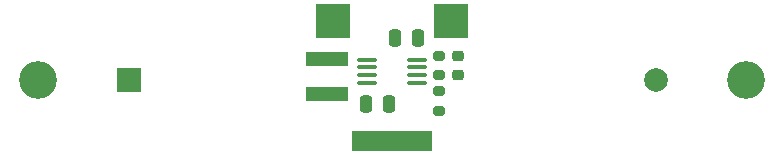
<source format=gts>
G04 #@! TF.GenerationSoftware,KiCad,Pcbnew,6.0.4-6f826c9f35~116~ubuntu20.04.1*
G04 #@! TF.CreationDate,2022-05-04T20:07:56+01:00*
G04 #@! TF.ProjectId,boostAAA,626f6f73-7441-4414-912e-6b696361645f,rev?*
G04 #@! TF.SameCoordinates,Original*
G04 #@! TF.FileFunction,Soldermask,Top*
G04 #@! TF.FilePolarity,Negative*
%FSLAX46Y46*%
G04 Gerber Fmt 4.6, Leading zero omitted, Abs format (unit mm)*
G04 Created by KiCad (PCBNEW 6.0.4-6f826c9f35~116~ubuntu20.04.1) date 2022-05-04 20:07:56*
%MOMM*%
%LPD*%
G01*
G04 APERTURE LIST*
G04 Aperture macros list*
%AMRoundRect*
0 Rectangle with rounded corners*
0 $1 Rounding radius*
0 $2 $3 $4 $5 $6 $7 $8 $9 X,Y pos of 4 corners*
0 Add a 4 corners polygon primitive as box body*
4,1,4,$2,$3,$4,$5,$6,$7,$8,$9,$2,$3,0*
0 Add four circle primitives for the rounded corners*
1,1,$1+$1,$2,$3*
1,1,$1+$1,$4,$5*
1,1,$1+$1,$6,$7*
1,1,$1+$1,$8,$9*
0 Add four rect primitives between the rounded corners*
20,1,$1+$1,$2,$3,$4,$5,0*
20,1,$1+$1,$4,$5,$6,$7,0*
20,1,$1+$1,$6,$7,$8,$9,0*
20,1,$1+$1,$8,$9,$2,$3,0*%
G04 Aperture macros list end*
%ADD10C,3.200000*%
%ADD11RoundRect,0.200000X-0.275000X0.200000X-0.275000X-0.200000X0.275000X-0.200000X0.275000X0.200000X0*%
%ADD12R,1.700000X1.700000*%
%ADD13RoundRect,0.225000X-0.250000X0.225000X-0.250000X-0.225000X0.250000X-0.225000X0.250000X0.225000X0*%
%ADD14R,3.000000X3.000000*%
%ADD15R,3.600000X1.150000*%
%ADD16RoundRect,0.250000X-0.250000X-0.475000X0.250000X-0.475000X0.250000X0.475000X-0.250000X0.475000X0*%
%ADD17RoundRect,0.100000X0.712500X0.100000X-0.712500X0.100000X-0.712500X-0.100000X0.712500X-0.100000X0*%
%ADD18RoundRect,0.250000X0.250000X0.475000X-0.250000X0.475000X-0.250000X-0.475000X0.250000X-0.475000X0*%
%ADD19R,2.000000X2.000000*%
%ADD20C,2.000000*%
G04 APERTURE END LIST*
G04 #@! TO.C,SW1*
G36*
X76735000Y-81050000D02*
G01*
X75785000Y-81050000D01*
X75785000Y-79350000D01*
X76735000Y-79350000D01*
X76735000Y-81050000D01*
G37*
G36*
X74200000Y-81050000D02*
G01*
X73250000Y-81050000D01*
X73250000Y-79350000D01*
X74200000Y-79350000D01*
X74200000Y-81050000D01*
G37*
G04 #@! TD*
D10*
G04 #@! TO.C,H2*
X105000000Y-75000000D03*
G04 #@! TD*
D11*
G04 #@! TO.C,R1*
X79000000Y-72950000D03*
X79000000Y-74600000D03*
G04 #@! TD*
D12*
G04 #@! TO.C,SW1*
X77525000Y-80200000D03*
X74985000Y-80200000D03*
X72445000Y-80200000D03*
G04 #@! TD*
D13*
G04 #@! TO.C,C3*
X80600000Y-73000000D03*
X80600000Y-74550000D03*
G04 #@! TD*
D14*
G04 #@! TO.C,TP2*
X70000000Y-70000000D03*
G04 #@! TD*
D15*
G04 #@! TO.C,L1*
X69500000Y-76225000D03*
X69500000Y-73275000D03*
G04 #@! TD*
D11*
G04 #@! TO.C,R2*
X79000000Y-75975000D03*
X79000000Y-77625000D03*
G04 #@! TD*
D10*
G04 #@! TO.C,H1*
X45000000Y-75000000D03*
G04 #@! TD*
D16*
G04 #@! TO.C,C1*
X72837500Y-77025000D03*
X74737500Y-77025000D03*
G04 #@! TD*
D14*
G04 #@! TO.C,TP1*
X80000000Y-70000000D03*
G04 #@! TD*
D17*
G04 #@! TO.C,U1*
X77100000Y-75250000D03*
X77100000Y-74600000D03*
X77100000Y-73950000D03*
X77100000Y-73300000D03*
X72875000Y-73300000D03*
X72875000Y-73950000D03*
X72875000Y-74600000D03*
X72875000Y-75250000D03*
G04 #@! TD*
D18*
G04 #@! TO.C,C2*
X77200000Y-71475000D03*
X75300000Y-71475000D03*
G04 #@! TD*
D19*
G04 #@! TO.C,BT1*
X52700000Y-75000000D03*
D20*
X97400000Y-75000000D03*
G04 #@! TD*
M02*

</source>
